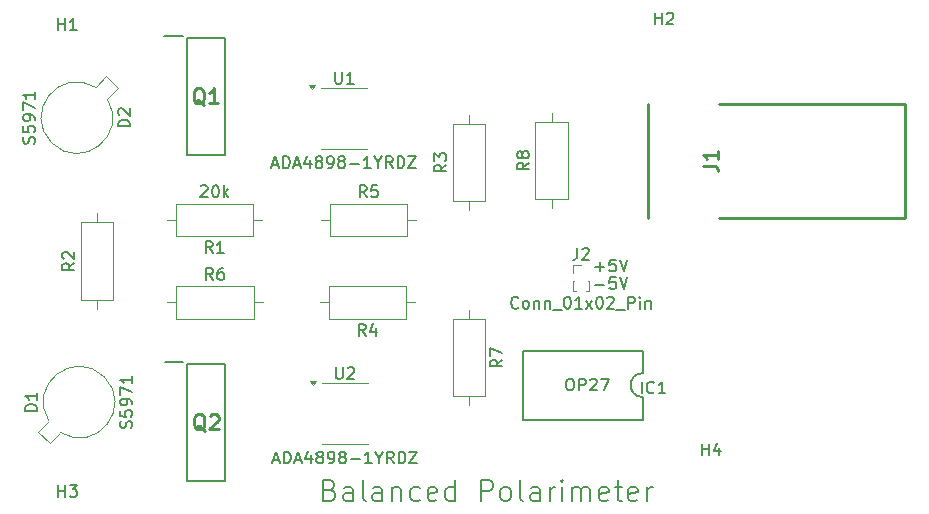
<source format=gbr>
%TF.GenerationSoftware,KiCad,Pcbnew,8.0.8*%
%TF.CreationDate,2025-02-03T10:15:12-05:00*%
%TF.ProjectId,Balanced Polarimeter,42616c61-6e63-4656-9420-506f6c617269,rev?*%
%TF.SameCoordinates,Original*%
%TF.FileFunction,Legend,Top*%
%TF.FilePolarity,Positive*%
%FSLAX46Y46*%
G04 Gerber Fmt 4.6, Leading zero omitted, Abs format (unit mm)*
G04 Created by KiCad (PCBNEW 8.0.8) date 2025-02-03 10:15:12*
%MOMM*%
%LPD*%
G01*
G04 APERTURE LIST*
%ADD10C,0.200000*%
%ADD11C,0.150000*%
%ADD12C,0.254000*%
%ADD13C,0.120000*%
%ADD14C,0.152400*%
G04 APERTURE END LIST*
D10*
X151750002Y-104358767D02*
X152000002Y-104442101D01*
X152000002Y-104442101D02*
X152083335Y-104525434D01*
X152083335Y-104525434D02*
X152166668Y-104692101D01*
X152166668Y-104692101D02*
X152166668Y-104942101D01*
X152166668Y-104942101D02*
X152083335Y-105108767D01*
X152083335Y-105108767D02*
X152000002Y-105192101D01*
X152000002Y-105192101D02*
X151833335Y-105275434D01*
X151833335Y-105275434D02*
X151166668Y-105275434D01*
X151166668Y-105275434D02*
X151166668Y-103525434D01*
X151166668Y-103525434D02*
X151750002Y-103525434D01*
X151750002Y-103525434D02*
X151916668Y-103608767D01*
X151916668Y-103608767D02*
X152000002Y-103692101D01*
X152000002Y-103692101D02*
X152083335Y-103858767D01*
X152083335Y-103858767D02*
X152083335Y-104025434D01*
X152083335Y-104025434D02*
X152000002Y-104192101D01*
X152000002Y-104192101D02*
X151916668Y-104275434D01*
X151916668Y-104275434D02*
X151750002Y-104358767D01*
X151750002Y-104358767D02*
X151166668Y-104358767D01*
X153666668Y-105275434D02*
X153666668Y-104358767D01*
X153666668Y-104358767D02*
X153583335Y-104192101D01*
X153583335Y-104192101D02*
X153416668Y-104108767D01*
X153416668Y-104108767D02*
X153083335Y-104108767D01*
X153083335Y-104108767D02*
X152916668Y-104192101D01*
X153666668Y-105192101D02*
X153500002Y-105275434D01*
X153500002Y-105275434D02*
X153083335Y-105275434D01*
X153083335Y-105275434D02*
X152916668Y-105192101D01*
X152916668Y-105192101D02*
X152833335Y-105025434D01*
X152833335Y-105025434D02*
X152833335Y-104858767D01*
X152833335Y-104858767D02*
X152916668Y-104692101D01*
X152916668Y-104692101D02*
X153083335Y-104608767D01*
X153083335Y-104608767D02*
X153500002Y-104608767D01*
X153500002Y-104608767D02*
X153666668Y-104525434D01*
X154750001Y-105275434D02*
X154583335Y-105192101D01*
X154583335Y-105192101D02*
X154500001Y-105025434D01*
X154500001Y-105025434D02*
X154500001Y-103525434D01*
X156166668Y-105275434D02*
X156166668Y-104358767D01*
X156166668Y-104358767D02*
X156083335Y-104192101D01*
X156083335Y-104192101D02*
X155916668Y-104108767D01*
X155916668Y-104108767D02*
X155583335Y-104108767D01*
X155583335Y-104108767D02*
X155416668Y-104192101D01*
X156166668Y-105192101D02*
X156000002Y-105275434D01*
X156000002Y-105275434D02*
X155583335Y-105275434D01*
X155583335Y-105275434D02*
X155416668Y-105192101D01*
X155416668Y-105192101D02*
X155333335Y-105025434D01*
X155333335Y-105025434D02*
X155333335Y-104858767D01*
X155333335Y-104858767D02*
X155416668Y-104692101D01*
X155416668Y-104692101D02*
X155583335Y-104608767D01*
X155583335Y-104608767D02*
X156000002Y-104608767D01*
X156000002Y-104608767D02*
X156166668Y-104525434D01*
X157000001Y-104108767D02*
X157000001Y-105275434D01*
X157000001Y-104275434D02*
X157083335Y-104192101D01*
X157083335Y-104192101D02*
X157250001Y-104108767D01*
X157250001Y-104108767D02*
X157500001Y-104108767D01*
X157500001Y-104108767D02*
X157666668Y-104192101D01*
X157666668Y-104192101D02*
X157750001Y-104358767D01*
X157750001Y-104358767D02*
X157750001Y-105275434D01*
X159333334Y-105192101D02*
X159166668Y-105275434D01*
X159166668Y-105275434D02*
X158833334Y-105275434D01*
X158833334Y-105275434D02*
X158666668Y-105192101D01*
X158666668Y-105192101D02*
X158583334Y-105108767D01*
X158583334Y-105108767D02*
X158500001Y-104942101D01*
X158500001Y-104942101D02*
X158500001Y-104442101D01*
X158500001Y-104442101D02*
X158583334Y-104275434D01*
X158583334Y-104275434D02*
X158666668Y-104192101D01*
X158666668Y-104192101D02*
X158833334Y-104108767D01*
X158833334Y-104108767D02*
X159166668Y-104108767D01*
X159166668Y-104108767D02*
X159333334Y-104192101D01*
X160750001Y-105192101D02*
X160583334Y-105275434D01*
X160583334Y-105275434D02*
X160250001Y-105275434D01*
X160250001Y-105275434D02*
X160083334Y-105192101D01*
X160083334Y-105192101D02*
X160000001Y-105025434D01*
X160000001Y-105025434D02*
X160000001Y-104358767D01*
X160000001Y-104358767D02*
X160083334Y-104192101D01*
X160083334Y-104192101D02*
X160250001Y-104108767D01*
X160250001Y-104108767D02*
X160583334Y-104108767D01*
X160583334Y-104108767D02*
X160750001Y-104192101D01*
X160750001Y-104192101D02*
X160833334Y-104358767D01*
X160833334Y-104358767D02*
X160833334Y-104525434D01*
X160833334Y-104525434D02*
X160000001Y-104692101D01*
X162333334Y-105275434D02*
X162333334Y-103525434D01*
X162333334Y-105192101D02*
X162166668Y-105275434D01*
X162166668Y-105275434D02*
X161833334Y-105275434D01*
X161833334Y-105275434D02*
X161666668Y-105192101D01*
X161666668Y-105192101D02*
X161583334Y-105108767D01*
X161583334Y-105108767D02*
X161500001Y-104942101D01*
X161500001Y-104942101D02*
X161500001Y-104442101D01*
X161500001Y-104442101D02*
X161583334Y-104275434D01*
X161583334Y-104275434D02*
X161666668Y-104192101D01*
X161666668Y-104192101D02*
X161833334Y-104108767D01*
X161833334Y-104108767D02*
X162166668Y-104108767D01*
X162166668Y-104108767D02*
X162333334Y-104192101D01*
X164500000Y-105275434D02*
X164500000Y-103525434D01*
X164500000Y-103525434D02*
X165166667Y-103525434D01*
X165166667Y-103525434D02*
X165333334Y-103608767D01*
X165333334Y-103608767D02*
X165416667Y-103692101D01*
X165416667Y-103692101D02*
X165500000Y-103858767D01*
X165500000Y-103858767D02*
X165500000Y-104108767D01*
X165500000Y-104108767D02*
X165416667Y-104275434D01*
X165416667Y-104275434D02*
X165333334Y-104358767D01*
X165333334Y-104358767D02*
X165166667Y-104442101D01*
X165166667Y-104442101D02*
X164500000Y-104442101D01*
X166500000Y-105275434D02*
X166333334Y-105192101D01*
X166333334Y-105192101D02*
X166250000Y-105108767D01*
X166250000Y-105108767D02*
X166166667Y-104942101D01*
X166166667Y-104942101D02*
X166166667Y-104442101D01*
X166166667Y-104442101D02*
X166250000Y-104275434D01*
X166250000Y-104275434D02*
X166333334Y-104192101D01*
X166333334Y-104192101D02*
X166500000Y-104108767D01*
X166500000Y-104108767D02*
X166750000Y-104108767D01*
X166750000Y-104108767D02*
X166916667Y-104192101D01*
X166916667Y-104192101D02*
X167000000Y-104275434D01*
X167000000Y-104275434D02*
X167083334Y-104442101D01*
X167083334Y-104442101D02*
X167083334Y-104942101D01*
X167083334Y-104942101D02*
X167000000Y-105108767D01*
X167000000Y-105108767D02*
X166916667Y-105192101D01*
X166916667Y-105192101D02*
X166750000Y-105275434D01*
X166750000Y-105275434D02*
X166500000Y-105275434D01*
X168083333Y-105275434D02*
X167916667Y-105192101D01*
X167916667Y-105192101D02*
X167833333Y-105025434D01*
X167833333Y-105025434D02*
X167833333Y-103525434D01*
X169500000Y-105275434D02*
X169500000Y-104358767D01*
X169500000Y-104358767D02*
X169416667Y-104192101D01*
X169416667Y-104192101D02*
X169250000Y-104108767D01*
X169250000Y-104108767D02*
X168916667Y-104108767D01*
X168916667Y-104108767D02*
X168750000Y-104192101D01*
X169500000Y-105192101D02*
X169333334Y-105275434D01*
X169333334Y-105275434D02*
X168916667Y-105275434D01*
X168916667Y-105275434D02*
X168750000Y-105192101D01*
X168750000Y-105192101D02*
X168666667Y-105025434D01*
X168666667Y-105025434D02*
X168666667Y-104858767D01*
X168666667Y-104858767D02*
X168750000Y-104692101D01*
X168750000Y-104692101D02*
X168916667Y-104608767D01*
X168916667Y-104608767D02*
X169333334Y-104608767D01*
X169333334Y-104608767D02*
X169500000Y-104525434D01*
X170333333Y-105275434D02*
X170333333Y-104108767D01*
X170333333Y-104442101D02*
X170416667Y-104275434D01*
X170416667Y-104275434D02*
X170500000Y-104192101D01*
X170500000Y-104192101D02*
X170666667Y-104108767D01*
X170666667Y-104108767D02*
X170833333Y-104108767D01*
X171416666Y-105275434D02*
X171416666Y-104108767D01*
X171416666Y-103525434D02*
X171333333Y-103608767D01*
X171333333Y-103608767D02*
X171416666Y-103692101D01*
X171416666Y-103692101D02*
X171500000Y-103608767D01*
X171500000Y-103608767D02*
X171416666Y-103525434D01*
X171416666Y-103525434D02*
X171416666Y-103692101D01*
X172249999Y-105275434D02*
X172249999Y-104108767D01*
X172249999Y-104275434D02*
X172333333Y-104192101D01*
X172333333Y-104192101D02*
X172499999Y-104108767D01*
X172499999Y-104108767D02*
X172749999Y-104108767D01*
X172749999Y-104108767D02*
X172916666Y-104192101D01*
X172916666Y-104192101D02*
X172999999Y-104358767D01*
X172999999Y-104358767D02*
X172999999Y-105275434D01*
X172999999Y-104358767D02*
X173083333Y-104192101D01*
X173083333Y-104192101D02*
X173249999Y-104108767D01*
X173249999Y-104108767D02*
X173499999Y-104108767D01*
X173499999Y-104108767D02*
X173666666Y-104192101D01*
X173666666Y-104192101D02*
X173749999Y-104358767D01*
X173749999Y-104358767D02*
X173749999Y-105275434D01*
X175249999Y-105192101D02*
X175083332Y-105275434D01*
X175083332Y-105275434D02*
X174749999Y-105275434D01*
X174749999Y-105275434D02*
X174583332Y-105192101D01*
X174583332Y-105192101D02*
X174499999Y-105025434D01*
X174499999Y-105025434D02*
X174499999Y-104358767D01*
X174499999Y-104358767D02*
X174583332Y-104192101D01*
X174583332Y-104192101D02*
X174749999Y-104108767D01*
X174749999Y-104108767D02*
X175083332Y-104108767D01*
X175083332Y-104108767D02*
X175249999Y-104192101D01*
X175249999Y-104192101D02*
X175333332Y-104358767D01*
X175333332Y-104358767D02*
X175333332Y-104525434D01*
X175333332Y-104525434D02*
X174499999Y-104692101D01*
X175833332Y-104108767D02*
X176499999Y-104108767D01*
X176083332Y-103525434D02*
X176083332Y-105025434D01*
X176083332Y-105025434D02*
X176166666Y-105192101D01*
X176166666Y-105192101D02*
X176333332Y-105275434D01*
X176333332Y-105275434D02*
X176499999Y-105275434D01*
X177749999Y-105192101D02*
X177583332Y-105275434D01*
X177583332Y-105275434D02*
X177249999Y-105275434D01*
X177249999Y-105275434D02*
X177083332Y-105192101D01*
X177083332Y-105192101D02*
X176999999Y-105025434D01*
X176999999Y-105025434D02*
X176999999Y-104358767D01*
X176999999Y-104358767D02*
X177083332Y-104192101D01*
X177083332Y-104192101D02*
X177249999Y-104108767D01*
X177249999Y-104108767D02*
X177583332Y-104108767D01*
X177583332Y-104108767D02*
X177749999Y-104192101D01*
X177749999Y-104192101D02*
X177833332Y-104358767D01*
X177833332Y-104358767D02*
X177833332Y-104525434D01*
X177833332Y-104525434D02*
X176999999Y-104692101D01*
X178583332Y-105275434D02*
X178583332Y-104108767D01*
X178583332Y-104442101D02*
X178666666Y-104275434D01*
X178666666Y-104275434D02*
X178749999Y-104192101D01*
X178749999Y-104192101D02*
X178916666Y-104108767D01*
X178916666Y-104108767D02*
X179083332Y-104108767D01*
X174214286Y-86986266D02*
X174976191Y-86986266D01*
X175928571Y-86367219D02*
X175452381Y-86367219D01*
X175452381Y-86367219D02*
X175404762Y-86843409D01*
X175404762Y-86843409D02*
X175452381Y-86795790D01*
X175452381Y-86795790D02*
X175547619Y-86748171D01*
X175547619Y-86748171D02*
X175785714Y-86748171D01*
X175785714Y-86748171D02*
X175880952Y-86795790D01*
X175880952Y-86795790D02*
X175928571Y-86843409D01*
X175928571Y-86843409D02*
X175976190Y-86938647D01*
X175976190Y-86938647D02*
X175976190Y-87176742D01*
X175976190Y-87176742D02*
X175928571Y-87271980D01*
X175928571Y-87271980D02*
X175880952Y-87319600D01*
X175880952Y-87319600D02*
X175785714Y-87367219D01*
X175785714Y-87367219D02*
X175547619Y-87367219D01*
X175547619Y-87367219D02*
X175452381Y-87319600D01*
X175452381Y-87319600D02*
X175404762Y-87271980D01*
X176261905Y-86367219D02*
X176595238Y-87367219D01*
X176595238Y-87367219D02*
X176928571Y-86367219D01*
X174214286Y-85486266D02*
X174976191Y-85486266D01*
X174595238Y-85867219D02*
X174595238Y-85105314D01*
X175928571Y-84867219D02*
X175452381Y-84867219D01*
X175452381Y-84867219D02*
X175404762Y-85343409D01*
X175404762Y-85343409D02*
X175452381Y-85295790D01*
X175452381Y-85295790D02*
X175547619Y-85248171D01*
X175547619Y-85248171D02*
X175785714Y-85248171D01*
X175785714Y-85248171D02*
X175880952Y-85295790D01*
X175880952Y-85295790D02*
X175928571Y-85343409D01*
X175928571Y-85343409D02*
X175976190Y-85438647D01*
X175976190Y-85438647D02*
X175976190Y-85676742D01*
X175976190Y-85676742D02*
X175928571Y-85771980D01*
X175928571Y-85771980D02*
X175880952Y-85819600D01*
X175880952Y-85819600D02*
X175785714Y-85867219D01*
X175785714Y-85867219D02*
X175547619Y-85867219D01*
X175547619Y-85867219D02*
X175452381Y-85819600D01*
X175452381Y-85819600D02*
X175404762Y-85771980D01*
X176261905Y-84867219D02*
X176595238Y-85867219D01*
X176595238Y-85867219D02*
X176928571Y-84867219D01*
D11*
X168584819Y-76666666D02*
X168108628Y-76999999D01*
X168584819Y-77238094D02*
X167584819Y-77238094D01*
X167584819Y-77238094D02*
X167584819Y-76857142D01*
X167584819Y-76857142D02*
X167632438Y-76761904D01*
X167632438Y-76761904D02*
X167680057Y-76714285D01*
X167680057Y-76714285D02*
X167775295Y-76666666D01*
X167775295Y-76666666D02*
X167918152Y-76666666D01*
X167918152Y-76666666D02*
X168013390Y-76714285D01*
X168013390Y-76714285D02*
X168061009Y-76761904D01*
X168061009Y-76761904D02*
X168108628Y-76857142D01*
X168108628Y-76857142D02*
X168108628Y-77238094D01*
X168013390Y-76095237D02*
X167965771Y-76190475D01*
X167965771Y-76190475D02*
X167918152Y-76238094D01*
X167918152Y-76238094D02*
X167822914Y-76285713D01*
X167822914Y-76285713D02*
X167775295Y-76285713D01*
X167775295Y-76285713D02*
X167680057Y-76238094D01*
X167680057Y-76238094D02*
X167632438Y-76190475D01*
X167632438Y-76190475D02*
X167584819Y-76095237D01*
X167584819Y-76095237D02*
X167584819Y-75904761D01*
X167584819Y-75904761D02*
X167632438Y-75809523D01*
X167632438Y-75809523D02*
X167680057Y-75761904D01*
X167680057Y-75761904D02*
X167775295Y-75714285D01*
X167775295Y-75714285D02*
X167822914Y-75714285D01*
X167822914Y-75714285D02*
X167918152Y-75761904D01*
X167918152Y-75761904D02*
X167965771Y-75809523D01*
X167965771Y-75809523D02*
X168013390Y-75904761D01*
X168013390Y-75904761D02*
X168013390Y-76095237D01*
X168013390Y-76095237D02*
X168061009Y-76190475D01*
X168061009Y-76190475D02*
X168108628Y-76238094D01*
X168108628Y-76238094D02*
X168203866Y-76285713D01*
X168203866Y-76285713D02*
X168394342Y-76285713D01*
X168394342Y-76285713D02*
X168489580Y-76238094D01*
X168489580Y-76238094D02*
X168537200Y-76190475D01*
X168537200Y-76190475D02*
X168584819Y-76095237D01*
X168584819Y-76095237D02*
X168584819Y-75904761D01*
X168584819Y-75904761D02*
X168537200Y-75809523D01*
X168537200Y-75809523D02*
X168489580Y-75761904D01*
X168489580Y-75761904D02*
X168394342Y-75714285D01*
X168394342Y-75714285D02*
X168203866Y-75714285D01*
X168203866Y-75714285D02*
X168108628Y-75761904D01*
X168108628Y-75761904D02*
X168061009Y-75809523D01*
X168061009Y-75809523D02*
X168013390Y-75904761D01*
X161584819Y-76837966D02*
X161108628Y-77171299D01*
X161584819Y-77409394D02*
X160584819Y-77409394D01*
X160584819Y-77409394D02*
X160584819Y-77028442D01*
X160584819Y-77028442D02*
X160632438Y-76933204D01*
X160632438Y-76933204D02*
X160680057Y-76885585D01*
X160680057Y-76885585D02*
X160775295Y-76837966D01*
X160775295Y-76837966D02*
X160918152Y-76837966D01*
X160918152Y-76837966D02*
X161013390Y-76885585D01*
X161013390Y-76885585D02*
X161061009Y-76933204D01*
X161061009Y-76933204D02*
X161108628Y-77028442D01*
X161108628Y-77028442D02*
X161108628Y-77409394D01*
X160584819Y-76504632D02*
X160584819Y-75885585D01*
X160584819Y-75885585D02*
X160965771Y-76218918D01*
X160965771Y-76218918D02*
X160965771Y-76076061D01*
X160965771Y-76076061D02*
X161013390Y-75980823D01*
X161013390Y-75980823D02*
X161061009Y-75933204D01*
X161061009Y-75933204D02*
X161156247Y-75885585D01*
X161156247Y-75885585D02*
X161394342Y-75885585D01*
X161394342Y-75885585D02*
X161489580Y-75933204D01*
X161489580Y-75933204D02*
X161537200Y-75980823D01*
X161537200Y-75980823D02*
X161584819Y-76076061D01*
X161584819Y-76076061D02*
X161584819Y-76361775D01*
X161584819Y-76361775D02*
X161537200Y-76457013D01*
X161537200Y-76457013D02*
X161489580Y-76504632D01*
X166324819Y-93337966D02*
X165848628Y-93671299D01*
X166324819Y-93909394D02*
X165324819Y-93909394D01*
X165324819Y-93909394D02*
X165324819Y-93528442D01*
X165324819Y-93528442D02*
X165372438Y-93433204D01*
X165372438Y-93433204D02*
X165420057Y-93385585D01*
X165420057Y-93385585D02*
X165515295Y-93337966D01*
X165515295Y-93337966D02*
X165658152Y-93337966D01*
X165658152Y-93337966D02*
X165753390Y-93385585D01*
X165753390Y-93385585D02*
X165801009Y-93433204D01*
X165801009Y-93433204D02*
X165848628Y-93528442D01*
X165848628Y-93528442D02*
X165848628Y-93909394D01*
X165324819Y-93004632D02*
X165324819Y-92337966D01*
X165324819Y-92337966D02*
X166324819Y-92766537D01*
X152168095Y-68976119D02*
X152168095Y-69785642D01*
X152168095Y-69785642D02*
X152215714Y-69880880D01*
X152215714Y-69880880D02*
X152263333Y-69928500D01*
X152263333Y-69928500D02*
X152358571Y-69976119D01*
X152358571Y-69976119D02*
X152549047Y-69976119D01*
X152549047Y-69976119D02*
X152644285Y-69928500D01*
X152644285Y-69928500D02*
X152691904Y-69880880D01*
X152691904Y-69880880D02*
X152739523Y-69785642D01*
X152739523Y-69785642D02*
X152739523Y-68976119D01*
X153739523Y-69976119D02*
X153168095Y-69976119D01*
X153453809Y-69976119D02*
X153453809Y-68976119D01*
X153453809Y-68976119D02*
X153358571Y-69118976D01*
X153358571Y-69118976D02*
X153263333Y-69214214D01*
X153263333Y-69214214D02*
X153168095Y-69261833D01*
X146858571Y-76840404D02*
X147334761Y-76840404D01*
X146763333Y-77126119D02*
X147096666Y-76126119D01*
X147096666Y-76126119D02*
X147429999Y-77126119D01*
X147763333Y-77126119D02*
X147763333Y-76126119D01*
X147763333Y-76126119D02*
X148001428Y-76126119D01*
X148001428Y-76126119D02*
X148144285Y-76173738D01*
X148144285Y-76173738D02*
X148239523Y-76268976D01*
X148239523Y-76268976D02*
X148287142Y-76364214D01*
X148287142Y-76364214D02*
X148334761Y-76554690D01*
X148334761Y-76554690D02*
X148334761Y-76697547D01*
X148334761Y-76697547D02*
X148287142Y-76888023D01*
X148287142Y-76888023D02*
X148239523Y-76983261D01*
X148239523Y-76983261D02*
X148144285Y-77078500D01*
X148144285Y-77078500D02*
X148001428Y-77126119D01*
X148001428Y-77126119D02*
X147763333Y-77126119D01*
X148715714Y-76840404D02*
X149191904Y-76840404D01*
X148620476Y-77126119D02*
X148953809Y-76126119D01*
X148953809Y-76126119D02*
X149287142Y-77126119D01*
X150049047Y-76459452D02*
X150049047Y-77126119D01*
X149810952Y-76078500D02*
X149572857Y-76792785D01*
X149572857Y-76792785D02*
X150191904Y-76792785D01*
X150715714Y-76554690D02*
X150620476Y-76507071D01*
X150620476Y-76507071D02*
X150572857Y-76459452D01*
X150572857Y-76459452D02*
X150525238Y-76364214D01*
X150525238Y-76364214D02*
X150525238Y-76316595D01*
X150525238Y-76316595D02*
X150572857Y-76221357D01*
X150572857Y-76221357D02*
X150620476Y-76173738D01*
X150620476Y-76173738D02*
X150715714Y-76126119D01*
X150715714Y-76126119D02*
X150906190Y-76126119D01*
X150906190Y-76126119D02*
X151001428Y-76173738D01*
X151001428Y-76173738D02*
X151049047Y-76221357D01*
X151049047Y-76221357D02*
X151096666Y-76316595D01*
X151096666Y-76316595D02*
X151096666Y-76364214D01*
X151096666Y-76364214D02*
X151049047Y-76459452D01*
X151049047Y-76459452D02*
X151001428Y-76507071D01*
X151001428Y-76507071D02*
X150906190Y-76554690D01*
X150906190Y-76554690D02*
X150715714Y-76554690D01*
X150715714Y-76554690D02*
X150620476Y-76602309D01*
X150620476Y-76602309D02*
X150572857Y-76649928D01*
X150572857Y-76649928D02*
X150525238Y-76745166D01*
X150525238Y-76745166D02*
X150525238Y-76935642D01*
X150525238Y-76935642D02*
X150572857Y-77030880D01*
X150572857Y-77030880D02*
X150620476Y-77078500D01*
X150620476Y-77078500D02*
X150715714Y-77126119D01*
X150715714Y-77126119D02*
X150906190Y-77126119D01*
X150906190Y-77126119D02*
X151001428Y-77078500D01*
X151001428Y-77078500D02*
X151049047Y-77030880D01*
X151049047Y-77030880D02*
X151096666Y-76935642D01*
X151096666Y-76935642D02*
X151096666Y-76745166D01*
X151096666Y-76745166D02*
X151049047Y-76649928D01*
X151049047Y-76649928D02*
X151001428Y-76602309D01*
X151001428Y-76602309D02*
X150906190Y-76554690D01*
X151572857Y-77126119D02*
X151763333Y-77126119D01*
X151763333Y-77126119D02*
X151858571Y-77078500D01*
X151858571Y-77078500D02*
X151906190Y-77030880D01*
X151906190Y-77030880D02*
X152001428Y-76888023D01*
X152001428Y-76888023D02*
X152049047Y-76697547D01*
X152049047Y-76697547D02*
X152049047Y-76316595D01*
X152049047Y-76316595D02*
X152001428Y-76221357D01*
X152001428Y-76221357D02*
X151953809Y-76173738D01*
X151953809Y-76173738D02*
X151858571Y-76126119D01*
X151858571Y-76126119D02*
X151668095Y-76126119D01*
X151668095Y-76126119D02*
X151572857Y-76173738D01*
X151572857Y-76173738D02*
X151525238Y-76221357D01*
X151525238Y-76221357D02*
X151477619Y-76316595D01*
X151477619Y-76316595D02*
X151477619Y-76554690D01*
X151477619Y-76554690D02*
X151525238Y-76649928D01*
X151525238Y-76649928D02*
X151572857Y-76697547D01*
X151572857Y-76697547D02*
X151668095Y-76745166D01*
X151668095Y-76745166D02*
X151858571Y-76745166D01*
X151858571Y-76745166D02*
X151953809Y-76697547D01*
X151953809Y-76697547D02*
X152001428Y-76649928D01*
X152001428Y-76649928D02*
X152049047Y-76554690D01*
X152620476Y-76554690D02*
X152525238Y-76507071D01*
X152525238Y-76507071D02*
X152477619Y-76459452D01*
X152477619Y-76459452D02*
X152430000Y-76364214D01*
X152430000Y-76364214D02*
X152430000Y-76316595D01*
X152430000Y-76316595D02*
X152477619Y-76221357D01*
X152477619Y-76221357D02*
X152525238Y-76173738D01*
X152525238Y-76173738D02*
X152620476Y-76126119D01*
X152620476Y-76126119D02*
X152810952Y-76126119D01*
X152810952Y-76126119D02*
X152906190Y-76173738D01*
X152906190Y-76173738D02*
X152953809Y-76221357D01*
X152953809Y-76221357D02*
X153001428Y-76316595D01*
X153001428Y-76316595D02*
X153001428Y-76364214D01*
X153001428Y-76364214D02*
X152953809Y-76459452D01*
X152953809Y-76459452D02*
X152906190Y-76507071D01*
X152906190Y-76507071D02*
X152810952Y-76554690D01*
X152810952Y-76554690D02*
X152620476Y-76554690D01*
X152620476Y-76554690D02*
X152525238Y-76602309D01*
X152525238Y-76602309D02*
X152477619Y-76649928D01*
X152477619Y-76649928D02*
X152430000Y-76745166D01*
X152430000Y-76745166D02*
X152430000Y-76935642D01*
X152430000Y-76935642D02*
X152477619Y-77030880D01*
X152477619Y-77030880D02*
X152525238Y-77078500D01*
X152525238Y-77078500D02*
X152620476Y-77126119D01*
X152620476Y-77126119D02*
X152810952Y-77126119D01*
X152810952Y-77126119D02*
X152906190Y-77078500D01*
X152906190Y-77078500D02*
X152953809Y-77030880D01*
X152953809Y-77030880D02*
X153001428Y-76935642D01*
X153001428Y-76935642D02*
X153001428Y-76745166D01*
X153001428Y-76745166D02*
X152953809Y-76649928D01*
X152953809Y-76649928D02*
X152906190Y-76602309D01*
X152906190Y-76602309D02*
X152810952Y-76554690D01*
X153430000Y-76745166D02*
X154191905Y-76745166D01*
X155191904Y-77126119D02*
X154620476Y-77126119D01*
X154906190Y-77126119D02*
X154906190Y-76126119D01*
X154906190Y-76126119D02*
X154810952Y-76268976D01*
X154810952Y-76268976D02*
X154715714Y-76364214D01*
X154715714Y-76364214D02*
X154620476Y-76411833D01*
X155810952Y-76649928D02*
X155810952Y-77126119D01*
X155477619Y-76126119D02*
X155810952Y-76649928D01*
X155810952Y-76649928D02*
X156144285Y-76126119D01*
X157049047Y-77126119D02*
X156715714Y-76649928D01*
X156477619Y-77126119D02*
X156477619Y-76126119D01*
X156477619Y-76126119D02*
X156858571Y-76126119D01*
X156858571Y-76126119D02*
X156953809Y-76173738D01*
X156953809Y-76173738D02*
X157001428Y-76221357D01*
X157001428Y-76221357D02*
X157049047Y-76316595D01*
X157049047Y-76316595D02*
X157049047Y-76459452D01*
X157049047Y-76459452D02*
X157001428Y-76554690D01*
X157001428Y-76554690D02*
X156953809Y-76602309D01*
X156953809Y-76602309D02*
X156858571Y-76649928D01*
X156858571Y-76649928D02*
X156477619Y-76649928D01*
X157477619Y-77126119D02*
X157477619Y-76126119D01*
X157477619Y-76126119D02*
X157715714Y-76126119D01*
X157715714Y-76126119D02*
X157858571Y-76173738D01*
X157858571Y-76173738D02*
X157953809Y-76268976D01*
X157953809Y-76268976D02*
X158001428Y-76364214D01*
X158001428Y-76364214D02*
X158049047Y-76554690D01*
X158049047Y-76554690D02*
X158049047Y-76697547D01*
X158049047Y-76697547D02*
X158001428Y-76888023D01*
X158001428Y-76888023D02*
X157953809Y-76983261D01*
X157953809Y-76983261D02*
X157858571Y-77078500D01*
X157858571Y-77078500D02*
X157715714Y-77126119D01*
X157715714Y-77126119D02*
X157477619Y-77126119D01*
X158382381Y-76126119D02*
X159049047Y-76126119D01*
X159049047Y-76126119D02*
X158382381Y-77126119D01*
X158382381Y-77126119D02*
X159049047Y-77126119D01*
X130084819Y-85166666D02*
X129608628Y-85499999D01*
X130084819Y-85738094D02*
X129084819Y-85738094D01*
X129084819Y-85738094D02*
X129084819Y-85357142D01*
X129084819Y-85357142D02*
X129132438Y-85261904D01*
X129132438Y-85261904D02*
X129180057Y-85214285D01*
X129180057Y-85214285D02*
X129275295Y-85166666D01*
X129275295Y-85166666D02*
X129418152Y-85166666D01*
X129418152Y-85166666D02*
X129513390Y-85214285D01*
X129513390Y-85214285D02*
X129561009Y-85261904D01*
X129561009Y-85261904D02*
X129608628Y-85357142D01*
X129608628Y-85357142D02*
X129608628Y-85738094D01*
X129180057Y-84785713D02*
X129132438Y-84738094D01*
X129132438Y-84738094D02*
X129084819Y-84642856D01*
X129084819Y-84642856D02*
X129084819Y-84404761D01*
X129084819Y-84404761D02*
X129132438Y-84309523D01*
X129132438Y-84309523D02*
X129180057Y-84261904D01*
X129180057Y-84261904D02*
X129275295Y-84214285D01*
X129275295Y-84214285D02*
X129370533Y-84214285D01*
X129370533Y-84214285D02*
X129513390Y-84261904D01*
X129513390Y-84261904D02*
X130084819Y-84833332D01*
X130084819Y-84833332D02*
X130084819Y-84214285D01*
X154833333Y-79584819D02*
X154500000Y-79108628D01*
X154261905Y-79584819D02*
X154261905Y-78584819D01*
X154261905Y-78584819D02*
X154642857Y-78584819D01*
X154642857Y-78584819D02*
X154738095Y-78632438D01*
X154738095Y-78632438D02*
X154785714Y-78680057D01*
X154785714Y-78680057D02*
X154833333Y-78775295D01*
X154833333Y-78775295D02*
X154833333Y-78918152D01*
X154833333Y-78918152D02*
X154785714Y-79013390D01*
X154785714Y-79013390D02*
X154738095Y-79061009D01*
X154738095Y-79061009D02*
X154642857Y-79108628D01*
X154642857Y-79108628D02*
X154261905Y-79108628D01*
X155738095Y-78584819D02*
X155261905Y-78584819D01*
X155261905Y-78584819D02*
X155214286Y-79061009D01*
X155214286Y-79061009D02*
X155261905Y-79013390D01*
X155261905Y-79013390D02*
X155357143Y-78965771D01*
X155357143Y-78965771D02*
X155595238Y-78965771D01*
X155595238Y-78965771D02*
X155690476Y-79013390D01*
X155690476Y-79013390D02*
X155738095Y-79061009D01*
X155738095Y-79061009D02*
X155785714Y-79156247D01*
X155785714Y-79156247D02*
X155785714Y-79394342D01*
X155785714Y-79394342D02*
X155738095Y-79489580D01*
X155738095Y-79489580D02*
X155690476Y-79537200D01*
X155690476Y-79537200D02*
X155595238Y-79584819D01*
X155595238Y-79584819D02*
X155357143Y-79584819D01*
X155357143Y-79584819D02*
X155261905Y-79537200D01*
X155261905Y-79537200D02*
X155214286Y-79489580D01*
X172666766Y-83894819D02*
X172666766Y-84609104D01*
X172666766Y-84609104D02*
X172619147Y-84751961D01*
X172619147Y-84751961D02*
X172523909Y-84847200D01*
X172523909Y-84847200D02*
X172381052Y-84894819D01*
X172381052Y-84894819D02*
X172285814Y-84894819D01*
X173095338Y-83990057D02*
X173142957Y-83942438D01*
X173142957Y-83942438D02*
X173238195Y-83894819D01*
X173238195Y-83894819D02*
X173476290Y-83894819D01*
X173476290Y-83894819D02*
X173571528Y-83942438D01*
X173571528Y-83942438D02*
X173619147Y-83990057D01*
X173619147Y-83990057D02*
X173666766Y-84085295D01*
X173666766Y-84085295D02*
X173666766Y-84180533D01*
X173666766Y-84180533D02*
X173619147Y-84323390D01*
X173619147Y-84323390D02*
X173047719Y-84894819D01*
X173047719Y-84894819D02*
X173666766Y-84894819D01*
X167690575Y-88919580D02*
X167642956Y-88967200D01*
X167642956Y-88967200D02*
X167500099Y-89014819D01*
X167500099Y-89014819D02*
X167404861Y-89014819D01*
X167404861Y-89014819D02*
X167262004Y-88967200D01*
X167262004Y-88967200D02*
X167166766Y-88871961D01*
X167166766Y-88871961D02*
X167119147Y-88776723D01*
X167119147Y-88776723D02*
X167071528Y-88586247D01*
X167071528Y-88586247D02*
X167071528Y-88443390D01*
X167071528Y-88443390D02*
X167119147Y-88252914D01*
X167119147Y-88252914D02*
X167166766Y-88157676D01*
X167166766Y-88157676D02*
X167262004Y-88062438D01*
X167262004Y-88062438D02*
X167404861Y-88014819D01*
X167404861Y-88014819D02*
X167500099Y-88014819D01*
X167500099Y-88014819D02*
X167642956Y-88062438D01*
X167642956Y-88062438D02*
X167690575Y-88110057D01*
X168262004Y-89014819D02*
X168166766Y-88967200D01*
X168166766Y-88967200D02*
X168119147Y-88919580D01*
X168119147Y-88919580D02*
X168071528Y-88824342D01*
X168071528Y-88824342D02*
X168071528Y-88538628D01*
X168071528Y-88538628D02*
X168119147Y-88443390D01*
X168119147Y-88443390D02*
X168166766Y-88395771D01*
X168166766Y-88395771D02*
X168262004Y-88348152D01*
X168262004Y-88348152D02*
X168404861Y-88348152D01*
X168404861Y-88348152D02*
X168500099Y-88395771D01*
X168500099Y-88395771D02*
X168547718Y-88443390D01*
X168547718Y-88443390D02*
X168595337Y-88538628D01*
X168595337Y-88538628D02*
X168595337Y-88824342D01*
X168595337Y-88824342D02*
X168547718Y-88919580D01*
X168547718Y-88919580D02*
X168500099Y-88967200D01*
X168500099Y-88967200D02*
X168404861Y-89014819D01*
X168404861Y-89014819D02*
X168262004Y-89014819D01*
X169023909Y-88348152D02*
X169023909Y-89014819D01*
X169023909Y-88443390D02*
X169071528Y-88395771D01*
X169071528Y-88395771D02*
X169166766Y-88348152D01*
X169166766Y-88348152D02*
X169309623Y-88348152D01*
X169309623Y-88348152D02*
X169404861Y-88395771D01*
X169404861Y-88395771D02*
X169452480Y-88491009D01*
X169452480Y-88491009D02*
X169452480Y-89014819D01*
X169928671Y-88348152D02*
X169928671Y-89014819D01*
X169928671Y-88443390D02*
X169976290Y-88395771D01*
X169976290Y-88395771D02*
X170071528Y-88348152D01*
X170071528Y-88348152D02*
X170214385Y-88348152D01*
X170214385Y-88348152D02*
X170309623Y-88395771D01*
X170309623Y-88395771D02*
X170357242Y-88491009D01*
X170357242Y-88491009D02*
X170357242Y-89014819D01*
X170595338Y-89110057D02*
X171357242Y-89110057D01*
X171785814Y-88014819D02*
X171881052Y-88014819D01*
X171881052Y-88014819D02*
X171976290Y-88062438D01*
X171976290Y-88062438D02*
X172023909Y-88110057D01*
X172023909Y-88110057D02*
X172071528Y-88205295D01*
X172071528Y-88205295D02*
X172119147Y-88395771D01*
X172119147Y-88395771D02*
X172119147Y-88633866D01*
X172119147Y-88633866D02*
X172071528Y-88824342D01*
X172071528Y-88824342D02*
X172023909Y-88919580D01*
X172023909Y-88919580D02*
X171976290Y-88967200D01*
X171976290Y-88967200D02*
X171881052Y-89014819D01*
X171881052Y-89014819D02*
X171785814Y-89014819D01*
X171785814Y-89014819D02*
X171690576Y-88967200D01*
X171690576Y-88967200D02*
X171642957Y-88919580D01*
X171642957Y-88919580D02*
X171595338Y-88824342D01*
X171595338Y-88824342D02*
X171547719Y-88633866D01*
X171547719Y-88633866D02*
X171547719Y-88395771D01*
X171547719Y-88395771D02*
X171595338Y-88205295D01*
X171595338Y-88205295D02*
X171642957Y-88110057D01*
X171642957Y-88110057D02*
X171690576Y-88062438D01*
X171690576Y-88062438D02*
X171785814Y-88014819D01*
X173071528Y-89014819D02*
X172500100Y-89014819D01*
X172785814Y-89014819D02*
X172785814Y-88014819D01*
X172785814Y-88014819D02*
X172690576Y-88157676D01*
X172690576Y-88157676D02*
X172595338Y-88252914D01*
X172595338Y-88252914D02*
X172500100Y-88300533D01*
X173404862Y-89014819D02*
X173928671Y-88348152D01*
X173404862Y-88348152D02*
X173928671Y-89014819D01*
X174500100Y-88014819D02*
X174595338Y-88014819D01*
X174595338Y-88014819D02*
X174690576Y-88062438D01*
X174690576Y-88062438D02*
X174738195Y-88110057D01*
X174738195Y-88110057D02*
X174785814Y-88205295D01*
X174785814Y-88205295D02*
X174833433Y-88395771D01*
X174833433Y-88395771D02*
X174833433Y-88633866D01*
X174833433Y-88633866D02*
X174785814Y-88824342D01*
X174785814Y-88824342D02*
X174738195Y-88919580D01*
X174738195Y-88919580D02*
X174690576Y-88967200D01*
X174690576Y-88967200D02*
X174595338Y-89014819D01*
X174595338Y-89014819D02*
X174500100Y-89014819D01*
X174500100Y-89014819D02*
X174404862Y-88967200D01*
X174404862Y-88967200D02*
X174357243Y-88919580D01*
X174357243Y-88919580D02*
X174309624Y-88824342D01*
X174309624Y-88824342D02*
X174262005Y-88633866D01*
X174262005Y-88633866D02*
X174262005Y-88395771D01*
X174262005Y-88395771D02*
X174309624Y-88205295D01*
X174309624Y-88205295D02*
X174357243Y-88110057D01*
X174357243Y-88110057D02*
X174404862Y-88062438D01*
X174404862Y-88062438D02*
X174500100Y-88014819D01*
X175214386Y-88110057D02*
X175262005Y-88062438D01*
X175262005Y-88062438D02*
X175357243Y-88014819D01*
X175357243Y-88014819D02*
X175595338Y-88014819D01*
X175595338Y-88014819D02*
X175690576Y-88062438D01*
X175690576Y-88062438D02*
X175738195Y-88110057D01*
X175738195Y-88110057D02*
X175785814Y-88205295D01*
X175785814Y-88205295D02*
X175785814Y-88300533D01*
X175785814Y-88300533D02*
X175738195Y-88443390D01*
X175738195Y-88443390D02*
X175166767Y-89014819D01*
X175166767Y-89014819D02*
X175785814Y-89014819D01*
X175976291Y-89110057D02*
X176738195Y-89110057D01*
X176976291Y-89014819D02*
X176976291Y-88014819D01*
X176976291Y-88014819D02*
X177357243Y-88014819D01*
X177357243Y-88014819D02*
X177452481Y-88062438D01*
X177452481Y-88062438D02*
X177500100Y-88110057D01*
X177500100Y-88110057D02*
X177547719Y-88205295D01*
X177547719Y-88205295D02*
X177547719Y-88348152D01*
X177547719Y-88348152D02*
X177500100Y-88443390D01*
X177500100Y-88443390D02*
X177452481Y-88491009D01*
X177452481Y-88491009D02*
X177357243Y-88538628D01*
X177357243Y-88538628D02*
X176976291Y-88538628D01*
X177976291Y-89014819D02*
X177976291Y-88348152D01*
X177976291Y-88014819D02*
X177928672Y-88062438D01*
X177928672Y-88062438D02*
X177976291Y-88110057D01*
X177976291Y-88110057D02*
X178023910Y-88062438D01*
X178023910Y-88062438D02*
X177976291Y-88014819D01*
X177976291Y-88014819D02*
X177976291Y-88110057D01*
X178452481Y-88348152D02*
X178452481Y-89014819D01*
X178452481Y-88443390D02*
X178500100Y-88395771D01*
X178500100Y-88395771D02*
X178595338Y-88348152D01*
X178595338Y-88348152D02*
X178738195Y-88348152D01*
X178738195Y-88348152D02*
X178833433Y-88395771D01*
X178833433Y-88395771D02*
X178881052Y-88491009D01*
X178881052Y-88491009D02*
X178881052Y-89014819D01*
D12*
X183304318Y-76923332D02*
X184211461Y-76923332D01*
X184211461Y-76923332D02*
X184392889Y-76983809D01*
X184392889Y-76983809D02*
X184513842Y-77104761D01*
X184513842Y-77104761D02*
X184574318Y-77286190D01*
X184574318Y-77286190D02*
X184574318Y-77407142D01*
X184574318Y-75653332D02*
X184574318Y-76379047D01*
X184574318Y-76016190D02*
X183304318Y-76016190D01*
X183304318Y-76016190D02*
X183485746Y-76137142D01*
X183485746Y-76137142D02*
X183606699Y-76258094D01*
X183606699Y-76258094D02*
X183667175Y-76379047D01*
D11*
X126934819Y-97679394D02*
X125934819Y-97679394D01*
X125934819Y-97679394D02*
X125934819Y-97441299D01*
X125934819Y-97441299D02*
X125982438Y-97298442D01*
X125982438Y-97298442D02*
X126077676Y-97203204D01*
X126077676Y-97203204D02*
X126172914Y-97155585D01*
X126172914Y-97155585D02*
X126363390Y-97107966D01*
X126363390Y-97107966D02*
X126506247Y-97107966D01*
X126506247Y-97107966D02*
X126696723Y-97155585D01*
X126696723Y-97155585D02*
X126791961Y-97203204D01*
X126791961Y-97203204D02*
X126887200Y-97298442D01*
X126887200Y-97298442D02*
X126934819Y-97441299D01*
X126934819Y-97441299D02*
X126934819Y-97679394D01*
X126934819Y-96155585D02*
X126934819Y-96727013D01*
X126934819Y-96441299D02*
X125934819Y-96441299D01*
X125934819Y-96441299D02*
X126077676Y-96536537D01*
X126077676Y-96536537D02*
X126172914Y-96631775D01*
X126172914Y-96631775D02*
X126220533Y-96727013D01*
X134927200Y-99131775D02*
X134974819Y-98988918D01*
X134974819Y-98988918D02*
X134974819Y-98750823D01*
X134974819Y-98750823D02*
X134927200Y-98655585D01*
X134927200Y-98655585D02*
X134879580Y-98607966D01*
X134879580Y-98607966D02*
X134784342Y-98560347D01*
X134784342Y-98560347D02*
X134689104Y-98560347D01*
X134689104Y-98560347D02*
X134593866Y-98607966D01*
X134593866Y-98607966D02*
X134546247Y-98655585D01*
X134546247Y-98655585D02*
X134498628Y-98750823D01*
X134498628Y-98750823D02*
X134451009Y-98941299D01*
X134451009Y-98941299D02*
X134403390Y-99036537D01*
X134403390Y-99036537D02*
X134355771Y-99084156D01*
X134355771Y-99084156D02*
X134260533Y-99131775D01*
X134260533Y-99131775D02*
X134165295Y-99131775D01*
X134165295Y-99131775D02*
X134070057Y-99084156D01*
X134070057Y-99084156D02*
X134022438Y-99036537D01*
X134022438Y-99036537D02*
X133974819Y-98941299D01*
X133974819Y-98941299D02*
X133974819Y-98703204D01*
X133974819Y-98703204D02*
X134022438Y-98560347D01*
X133974819Y-97655585D02*
X133974819Y-98131775D01*
X133974819Y-98131775D02*
X134451009Y-98179394D01*
X134451009Y-98179394D02*
X134403390Y-98131775D01*
X134403390Y-98131775D02*
X134355771Y-98036537D01*
X134355771Y-98036537D02*
X134355771Y-97798442D01*
X134355771Y-97798442D02*
X134403390Y-97703204D01*
X134403390Y-97703204D02*
X134451009Y-97655585D01*
X134451009Y-97655585D02*
X134546247Y-97607966D01*
X134546247Y-97607966D02*
X134784342Y-97607966D01*
X134784342Y-97607966D02*
X134879580Y-97655585D01*
X134879580Y-97655585D02*
X134927200Y-97703204D01*
X134927200Y-97703204D02*
X134974819Y-97798442D01*
X134974819Y-97798442D02*
X134974819Y-98036537D01*
X134974819Y-98036537D02*
X134927200Y-98131775D01*
X134927200Y-98131775D02*
X134879580Y-98179394D01*
X134974819Y-97131775D02*
X134974819Y-96941299D01*
X134974819Y-96941299D02*
X134927200Y-96846061D01*
X134927200Y-96846061D02*
X134879580Y-96798442D01*
X134879580Y-96798442D02*
X134736723Y-96703204D01*
X134736723Y-96703204D02*
X134546247Y-96655585D01*
X134546247Y-96655585D02*
X134165295Y-96655585D01*
X134165295Y-96655585D02*
X134070057Y-96703204D01*
X134070057Y-96703204D02*
X134022438Y-96750823D01*
X134022438Y-96750823D02*
X133974819Y-96846061D01*
X133974819Y-96846061D02*
X133974819Y-97036537D01*
X133974819Y-97036537D02*
X134022438Y-97131775D01*
X134022438Y-97131775D02*
X134070057Y-97179394D01*
X134070057Y-97179394D02*
X134165295Y-97227013D01*
X134165295Y-97227013D02*
X134403390Y-97227013D01*
X134403390Y-97227013D02*
X134498628Y-97179394D01*
X134498628Y-97179394D02*
X134546247Y-97131775D01*
X134546247Y-97131775D02*
X134593866Y-97036537D01*
X134593866Y-97036537D02*
X134593866Y-96846061D01*
X134593866Y-96846061D02*
X134546247Y-96750823D01*
X134546247Y-96750823D02*
X134498628Y-96703204D01*
X134498628Y-96703204D02*
X134403390Y-96655585D01*
X133974819Y-96322251D02*
X133974819Y-95655585D01*
X133974819Y-95655585D02*
X134974819Y-96084156D01*
X134974819Y-94750823D02*
X134974819Y-95322251D01*
X134974819Y-95036537D02*
X133974819Y-95036537D01*
X133974819Y-95036537D02*
X134117676Y-95131775D01*
X134117676Y-95131775D02*
X134212914Y-95227013D01*
X134212914Y-95227013D02*
X134260533Y-95322251D01*
X126934819Y-97679394D02*
X125934819Y-97679394D01*
X125934819Y-97679394D02*
X125934819Y-97441299D01*
X125934819Y-97441299D02*
X125982438Y-97298442D01*
X125982438Y-97298442D02*
X126077676Y-97203204D01*
X126077676Y-97203204D02*
X126172914Y-97155585D01*
X126172914Y-97155585D02*
X126363390Y-97107966D01*
X126363390Y-97107966D02*
X126506247Y-97107966D01*
X126506247Y-97107966D02*
X126696723Y-97155585D01*
X126696723Y-97155585D02*
X126791961Y-97203204D01*
X126791961Y-97203204D02*
X126887200Y-97298442D01*
X126887200Y-97298442D02*
X126934819Y-97441299D01*
X126934819Y-97441299D02*
X126934819Y-97679394D01*
X126934819Y-96155585D02*
X126934819Y-96727013D01*
X126934819Y-96441299D02*
X125934819Y-96441299D01*
X125934819Y-96441299D02*
X126077676Y-96536537D01*
X126077676Y-96536537D02*
X126172914Y-96631775D01*
X126172914Y-96631775D02*
X126220533Y-96727013D01*
X128738095Y-65454819D02*
X128738095Y-64454819D01*
X128738095Y-64931009D02*
X129309523Y-64931009D01*
X129309523Y-65454819D02*
X129309523Y-64454819D01*
X130309523Y-65454819D02*
X129738095Y-65454819D01*
X130023809Y-65454819D02*
X130023809Y-64454819D01*
X130023809Y-64454819D02*
X129928571Y-64597676D01*
X129928571Y-64597676D02*
X129833333Y-64692914D01*
X129833333Y-64692914D02*
X129738095Y-64740533D01*
D12*
X141104047Y-71771570D02*
X140983095Y-71711094D01*
X140983095Y-71711094D02*
X140862142Y-71590142D01*
X140862142Y-71590142D02*
X140680714Y-71408713D01*
X140680714Y-71408713D02*
X140559761Y-71348237D01*
X140559761Y-71348237D02*
X140438809Y-71348237D01*
X140499285Y-71650618D02*
X140378333Y-71590142D01*
X140378333Y-71590142D02*
X140257380Y-71469189D01*
X140257380Y-71469189D02*
X140196904Y-71227284D01*
X140196904Y-71227284D02*
X140196904Y-70803951D01*
X140196904Y-70803951D02*
X140257380Y-70562046D01*
X140257380Y-70562046D02*
X140378333Y-70441094D01*
X140378333Y-70441094D02*
X140499285Y-70380618D01*
X140499285Y-70380618D02*
X140741190Y-70380618D01*
X140741190Y-70380618D02*
X140862142Y-70441094D01*
X140862142Y-70441094D02*
X140983095Y-70562046D01*
X140983095Y-70562046D02*
X141043571Y-70803951D01*
X141043571Y-70803951D02*
X141043571Y-71227284D01*
X141043571Y-71227284D02*
X140983095Y-71469189D01*
X140983095Y-71469189D02*
X140862142Y-71590142D01*
X140862142Y-71590142D02*
X140741190Y-71650618D01*
X140741190Y-71650618D02*
X140499285Y-71650618D01*
X142253095Y-71650618D02*
X141527380Y-71650618D01*
X141890237Y-71650618D02*
X141890237Y-70380618D01*
X141890237Y-70380618D02*
X141769285Y-70562046D01*
X141769285Y-70562046D02*
X141648333Y-70682999D01*
X141648333Y-70682999D02*
X141527380Y-70743475D01*
X141104047Y-71771570D02*
X140983095Y-71711094D01*
X140983095Y-71711094D02*
X140862142Y-71590142D01*
X140862142Y-71590142D02*
X140680714Y-71408713D01*
X140680714Y-71408713D02*
X140559761Y-71348237D01*
X140559761Y-71348237D02*
X140438809Y-71348237D01*
X140499285Y-71650618D02*
X140378333Y-71590142D01*
X140378333Y-71590142D02*
X140257380Y-71469189D01*
X140257380Y-71469189D02*
X140196904Y-71227284D01*
X140196904Y-71227284D02*
X140196904Y-70803951D01*
X140196904Y-70803951D02*
X140257380Y-70562046D01*
X140257380Y-70562046D02*
X140378333Y-70441094D01*
X140378333Y-70441094D02*
X140499285Y-70380618D01*
X140499285Y-70380618D02*
X140741190Y-70380618D01*
X140741190Y-70380618D02*
X140862142Y-70441094D01*
X140862142Y-70441094D02*
X140983095Y-70562046D01*
X140983095Y-70562046D02*
X141043571Y-70803951D01*
X141043571Y-70803951D02*
X141043571Y-71227284D01*
X141043571Y-71227284D02*
X140983095Y-71469189D01*
X140983095Y-71469189D02*
X140862142Y-71590142D01*
X140862142Y-71590142D02*
X140741190Y-71650618D01*
X140741190Y-71650618D02*
X140499285Y-71650618D01*
X142253095Y-71650618D02*
X141527380Y-71650618D01*
X141890237Y-71650618D02*
X141890237Y-70380618D01*
X141890237Y-70380618D02*
X141769285Y-70562046D01*
X141769285Y-70562046D02*
X141648333Y-70682999D01*
X141648333Y-70682999D02*
X141527380Y-70743475D01*
D11*
X183238095Y-101454819D02*
X183238095Y-100454819D01*
X183238095Y-100931009D02*
X183809523Y-100931009D01*
X183809523Y-101454819D02*
X183809523Y-100454819D01*
X184714285Y-100788152D02*
X184714285Y-101454819D01*
X184476190Y-100407200D02*
X184238095Y-101121485D01*
X184238095Y-101121485D02*
X184857142Y-101121485D01*
D12*
X141154047Y-99366570D02*
X141033095Y-99306094D01*
X141033095Y-99306094D02*
X140912142Y-99185142D01*
X140912142Y-99185142D02*
X140730714Y-99003713D01*
X140730714Y-99003713D02*
X140609761Y-98943237D01*
X140609761Y-98943237D02*
X140488809Y-98943237D01*
X140549285Y-99245618D02*
X140428333Y-99185142D01*
X140428333Y-99185142D02*
X140307380Y-99064189D01*
X140307380Y-99064189D02*
X140246904Y-98822284D01*
X140246904Y-98822284D02*
X140246904Y-98398951D01*
X140246904Y-98398951D02*
X140307380Y-98157046D01*
X140307380Y-98157046D02*
X140428333Y-98036094D01*
X140428333Y-98036094D02*
X140549285Y-97975618D01*
X140549285Y-97975618D02*
X140791190Y-97975618D01*
X140791190Y-97975618D02*
X140912142Y-98036094D01*
X140912142Y-98036094D02*
X141033095Y-98157046D01*
X141033095Y-98157046D02*
X141093571Y-98398951D01*
X141093571Y-98398951D02*
X141093571Y-98822284D01*
X141093571Y-98822284D02*
X141033095Y-99064189D01*
X141033095Y-99064189D02*
X140912142Y-99185142D01*
X140912142Y-99185142D02*
X140791190Y-99245618D01*
X140791190Y-99245618D02*
X140549285Y-99245618D01*
X141577380Y-98096570D02*
X141637856Y-98036094D01*
X141637856Y-98036094D02*
X141758809Y-97975618D01*
X141758809Y-97975618D02*
X142061190Y-97975618D01*
X142061190Y-97975618D02*
X142182142Y-98036094D01*
X142182142Y-98036094D02*
X142242618Y-98096570D01*
X142242618Y-98096570D02*
X142303095Y-98217522D01*
X142303095Y-98217522D02*
X142303095Y-98338475D01*
X142303095Y-98338475D02*
X142242618Y-98519903D01*
X142242618Y-98519903D02*
X141516904Y-99245618D01*
X141516904Y-99245618D02*
X142303095Y-99245618D01*
X141154047Y-99366570D02*
X141033095Y-99306094D01*
X141033095Y-99306094D02*
X140912142Y-99185142D01*
X140912142Y-99185142D02*
X140730714Y-99003713D01*
X140730714Y-99003713D02*
X140609761Y-98943237D01*
X140609761Y-98943237D02*
X140488809Y-98943237D01*
X140549285Y-99245618D02*
X140428333Y-99185142D01*
X140428333Y-99185142D02*
X140307380Y-99064189D01*
X140307380Y-99064189D02*
X140246904Y-98822284D01*
X140246904Y-98822284D02*
X140246904Y-98398951D01*
X140246904Y-98398951D02*
X140307380Y-98157046D01*
X140307380Y-98157046D02*
X140428333Y-98036094D01*
X140428333Y-98036094D02*
X140549285Y-97975618D01*
X140549285Y-97975618D02*
X140791190Y-97975618D01*
X140791190Y-97975618D02*
X140912142Y-98036094D01*
X140912142Y-98036094D02*
X141033095Y-98157046D01*
X141033095Y-98157046D02*
X141093571Y-98398951D01*
X141093571Y-98398951D02*
X141093571Y-98822284D01*
X141093571Y-98822284D02*
X141033095Y-99064189D01*
X141033095Y-99064189D02*
X140912142Y-99185142D01*
X140912142Y-99185142D02*
X140791190Y-99245618D01*
X140791190Y-99245618D02*
X140549285Y-99245618D01*
X141577380Y-98096570D02*
X141637856Y-98036094D01*
X141637856Y-98036094D02*
X141758809Y-97975618D01*
X141758809Y-97975618D02*
X142061190Y-97975618D01*
X142061190Y-97975618D02*
X142182142Y-98036094D01*
X142182142Y-98036094D02*
X142242618Y-98096570D01*
X142242618Y-98096570D02*
X142303095Y-98217522D01*
X142303095Y-98217522D02*
X142303095Y-98338475D01*
X142303095Y-98338475D02*
X142242618Y-98519903D01*
X142242618Y-98519903D02*
X141516904Y-99245618D01*
X141516904Y-99245618D02*
X142303095Y-99245618D01*
D11*
X128738095Y-104954819D02*
X128738095Y-103954819D01*
X128738095Y-104431009D02*
X129309523Y-104431009D01*
X129309523Y-104954819D02*
X129309523Y-103954819D01*
X129690476Y-103954819D02*
X130309523Y-103954819D01*
X130309523Y-103954819D02*
X129976190Y-104335771D01*
X129976190Y-104335771D02*
X130119047Y-104335771D01*
X130119047Y-104335771D02*
X130214285Y-104383390D01*
X130214285Y-104383390D02*
X130261904Y-104431009D01*
X130261904Y-104431009D02*
X130309523Y-104526247D01*
X130309523Y-104526247D02*
X130309523Y-104764342D01*
X130309523Y-104764342D02*
X130261904Y-104859580D01*
X130261904Y-104859580D02*
X130214285Y-104907200D01*
X130214285Y-104907200D02*
X130119047Y-104954819D01*
X130119047Y-104954819D02*
X129833333Y-104954819D01*
X129833333Y-104954819D02*
X129738095Y-104907200D01*
X129738095Y-104907200D02*
X129690476Y-104859580D01*
X179238095Y-64954819D02*
X179238095Y-63954819D01*
X179238095Y-64431009D02*
X179809523Y-64431009D01*
X179809523Y-64954819D02*
X179809523Y-63954819D01*
X180238095Y-64050057D02*
X180285714Y-64002438D01*
X180285714Y-64002438D02*
X180380952Y-63954819D01*
X180380952Y-63954819D02*
X180619047Y-63954819D01*
X180619047Y-63954819D02*
X180714285Y-64002438D01*
X180714285Y-64002438D02*
X180761904Y-64050057D01*
X180761904Y-64050057D02*
X180809523Y-64145295D01*
X180809523Y-64145295D02*
X180809523Y-64240533D01*
X180809523Y-64240533D02*
X180761904Y-64383390D01*
X180761904Y-64383390D02*
X180190476Y-64954819D01*
X180190476Y-64954819D02*
X180809523Y-64954819D01*
X178129610Y-96208819D02*
X178129610Y-95208819D01*
X179177228Y-96113580D02*
X179129609Y-96161200D01*
X179129609Y-96161200D02*
X178986752Y-96208819D01*
X178986752Y-96208819D02*
X178891514Y-96208819D01*
X178891514Y-96208819D02*
X178748657Y-96161200D01*
X178748657Y-96161200D02*
X178653419Y-96065961D01*
X178653419Y-96065961D02*
X178605800Y-95970723D01*
X178605800Y-95970723D02*
X178558181Y-95780247D01*
X178558181Y-95780247D02*
X178558181Y-95637390D01*
X178558181Y-95637390D02*
X178605800Y-95446914D01*
X178605800Y-95446914D02*
X178653419Y-95351676D01*
X178653419Y-95351676D02*
X178748657Y-95256438D01*
X178748657Y-95256438D02*
X178891514Y-95208819D01*
X178891514Y-95208819D02*
X178986752Y-95208819D01*
X178986752Y-95208819D02*
X179129609Y-95256438D01*
X179129609Y-95256438D02*
X179177228Y-95304057D01*
X180129609Y-96208819D02*
X179558181Y-96208819D01*
X179843895Y-96208819D02*
X179843895Y-95208819D01*
X179843895Y-95208819D02*
X179748657Y-95351676D01*
X179748657Y-95351676D02*
X179653419Y-95446914D01*
X179653419Y-95446914D02*
X179558181Y-95494533D01*
X171970181Y-94954819D02*
X172160657Y-94954819D01*
X172160657Y-94954819D02*
X172255895Y-95002438D01*
X172255895Y-95002438D02*
X172351133Y-95097676D01*
X172351133Y-95097676D02*
X172398752Y-95288152D01*
X172398752Y-95288152D02*
X172398752Y-95621485D01*
X172398752Y-95621485D02*
X172351133Y-95811961D01*
X172351133Y-95811961D02*
X172255895Y-95907200D01*
X172255895Y-95907200D02*
X172160657Y-95954819D01*
X172160657Y-95954819D02*
X171970181Y-95954819D01*
X171970181Y-95954819D02*
X171874943Y-95907200D01*
X171874943Y-95907200D02*
X171779705Y-95811961D01*
X171779705Y-95811961D02*
X171732086Y-95621485D01*
X171732086Y-95621485D02*
X171732086Y-95288152D01*
X171732086Y-95288152D02*
X171779705Y-95097676D01*
X171779705Y-95097676D02*
X171874943Y-95002438D01*
X171874943Y-95002438D02*
X171970181Y-94954819D01*
X172827324Y-95954819D02*
X172827324Y-94954819D01*
X172827324Y-94954819D02*
X173208276Y-94954819D01*
X173208276Y-94954819D02*
X173303514Y-95002438D01*
X173303514Y-95002438D02*
X173351133Y-95050057D01*
X173351133Y-95050057D02*
X173398752Y-95145295D01*
X173398752Y-95145295D02*
X173398752Y-95288152D01*
X173398752Y-95288152D02*
X173351133Y-95383390D01*
X173351133Y-95383390D02*
X173303514Y-95431009D01*
X173303514Y-95431009D02*
X173208276Y-95478628D01*
X173208276Y-95478628D02*
X172827324Y-95478628D01*
X173779705Y-95050057D02*
X173827324Y-95002438D01*
X173827324Y-95002438D02*
X173922562Y-94954819D01*
X173922562Y-94954819D02*
X174160657Y-94954819D01*
X174160657Y-94954819D02*
X174255895Y-95002438D01*
X174255895Y-95002438D02*
X174303514Y-95050057D01*
X174303514Y-95050057D02*
X174351133Y-95145295D01*
X174351133Y-95145295D02*
X174351133Y-95240533D01*
X174351133Y-95240533D02*
X174303514Y-95383390D01*
X174303514Y-95383390D02*
X173732086Y-95954819D01*
X173732086Y-95954819D02*
X174351133Y-95954819D01*
X174684467Y-94954819D02*
X175351133Y-94954819D01*
X175351133Y-94954819D02*
X174922562Y-95954819D01*
X134790119Y-73594094D02*
X133790119Y-73594094D01*
X133790119Y-73594094D02*
X133790119Y-73355999D01*
X133790119Y-73355999D02*
X133837738Y-73213142D01*
X133837738Y-73213142D02*
X133932976Y-73117904D01*
X133932976Y-73117904D02*
X134028214Y-73070285D01*
X134028214Y-73070285D02*
X134218690Y-73022666D01*
X134218690Y-73022666D02*
X134361547Y-73022666D01*
X134361547Y-73022666D02*
X134552023Y-73070285D01*
X134552023Y-73070285D02*
X134647261Y-73117904D01*
X134647261Y-73117904D02*
X134742500Y-73213142D01*
X134742500Y-73213142D02*
X134790119Y-73355999D01*
X134790119Y-73355999D02*
X134790119Y-73594094D01*
X133885357Y-72641713D02*
X133837738Y-72594094D01*
X133837738Y-72594094D02*
X133790119Y-72498856D01*
X133790119Y-72498856D02*
X133790119Y-72260761D01*
X133790119Y-72260761D02*
X133837738Y-72165523D01*
X133837738Y-72165523D02*
X133885357Y-72117904D01*
X133885357Y-72117904D02*
X133980595Y-72070285D01*
X133980595Y-72070285D02*
X134075833Y-72070285D01*
X134075833Y-72070285D02*
X134218690Y-72117904D01*
X134218690Y-72117904D02*
X134790119Y-72689332D01*
X134790119Y-72689332D02*
X134790119Y-72070285D01*
X126702500Y-75046475D02*
X126750119Y-74903618D01*
X126750119Y-74903618D02*
X126750119Y-74665523D01*
X126750119Y-74665523D02*
X126702500Y-74570285D01*
X126702500Y-74570285D02*
X126654880Y-74522666D01*
X126654880Y-74522666D02*
X126559642Y-74475047D01*
X126559642Y-74475047D02*
X126464404Y-74475047D01*
X126464404Y-74475047D02*
X126369166Y-74522666D01*
X126369166Y-74522666D02*
X126321547Y-74570285D01*
X126321547Y-74570285D02*
X126273928Y-74665523D01*
X126273928Y-74665523D02*
X126226309Y-74855999D01*
X126226309Y-74855999D02*
X126178690Y-74951237D01*
X126178690Y-74951237D02*
X126131071Y-74998856D01*
X126131071Y-74998856D02*
X126035833Y-75046475D01*
X126035833Y-75046475D02*
X125940595Y-75046475D01*
X125940595Y-75046475D02*
X125845357Y-74998856D01*
X125845357Y-74998856D02*
X125797738Y-74951237D01*
X125797738Y-74951237D02*
X125750119Y-74855999D01*
X125750119Y-74855999D02*
X125750119Y-74617904D01*
X125750119Y-74617904D02*
X125797738Y-74475047D01*
X125750119Y-73570285D02*
X125750119Y-74046475D01*
X125750119Y-74046475D02*
X126226309Y-74094094D01*
X126226309Y-74094094D02*
X126178690Y-74046475D01*
X126178690Y-74046475D02*
X126131071Y-73951237D01*
X126131071Y-73951237D02*
X126131071Y-73713142D01*
X126131071Y-73713142D02*
X126178690Y-73617904D01*
X126178690Y-73617904D02*
X126226309Y-73570285D01*
X126226309Y-73570285D02*
X126321547Y-73522666D01*
X126321547Y-73522666D02*
X126559642Y-73522666D01*
X126559642Y-73522666D02*
X126654880Y-73570285D01*
X126654880Y-73570285D02*
X126702500Y-73617904D01*
X126702500Y-73617904D02*
X126750119Y-73713142D01*
X126750119Y-73713142D02*
X126750119Y-73951237D01*
X126750119Y-73951237D02*
X126702500Y-74046475D01*
X126702500Y-74046475D02*
X126654880Y-74094094D01*
X126750119Y-73046475D02*
X126750119Y-72855999D01*
X126750119Y-72855999D02*
X126702500Y-72760761D01*
X126702500Y-72760761D02*
X126654880Y-72713142D01*
X126654880Y-72713142D02*
X126512023Y-72617904D01*
X126512023Y-72617904D02*
X126321547Y-72570285D01*
X126321547Y-72570285D02*
X125940595Y-72570285D01*
X125940595Y-72570285D02*
X125845357Y-72617904D01*
X125845357Y-72617904D02*
X125797738Y-72665523D01*
X125797738Y-72665523D02*
X125750119Y-72760761D01*
X125750119Y-72760761D02*
X125750119Y-72951237D01*
X125750119Y-72951237D02*
X125797738Y-73046475D01*
X125797738Y-73046475D02*
X125845357Y-73094094D01*
X125845357Y-73094094D02*
X125940595Y-73141713D01*
X125940595Y-73141713D02*
X126178690Y-73141713D01*
X126178690Y-73141713D02*
X126273928Y-73094094D01*
X126273928Y-73094094D02*
X126321547Y-73046475D01*
X126321547Y-73046475D02*
X126369166Y-72951237D01*
X126369166Y-72951237D02*
X126369166Y-72760761D01*
X126369166Y-72760761D02*
X126321547Y-72665523D01*
X126321547Y-72665523D02*
X126273928Y-72617904D01*
X126273928Y-72617904D02*
X126178690Y-72570285D01*
X125750119Y-72236951D02*
X125750119Y-71570285D01*
X125750119Y-71570285D02*
X126750119Y-71998856D01*
X126750119Y-70665523D02*
X126750119Y-71236951D01*
X126750119Y-70951237D02*
X125750119Y-70951237D01*
X125750119Y-70951237D02*
X125892976Y-71046475D01*
X125892976Y-71046475D02*
X125988214Y-71141713D01*
X125988214Y-71141713D02*
X126035833Y-71236951D01*
X134790119Y-73594094D02*
X133790119Y-73594094D01*
X133790119Y-73594094D02*
X133790119Y-73355999D01*
X133790119Y-73355999D02*
X133837738Y-73213142D01*
X133837738Y-73213142D02*
X133932976Y-73117904D01*
X133932976Y-73117904D02*
X134028214Y-73070285D01*
X134028214Y-73070285D02*
X134218690Y-73022666D01*
X134218690Y-73022666D02*
X134361547Y-73022666D01*
X134361547Y-73022666D02*
X134552023Y-73070285D01*
X134552023Y-73070285D02*
X134647261Y-73117904D01*
X134647261Y-73117904D02*
X134742500Y-73213142D01*
X134742500Y-73213142D02*
X134790119Y-73355999D01*
X134790119Y-73355999D02*
X134790119Y-73594094D01*
X133885357Y-72641713D02*
X133837738Y-72594094D01*
X133837738Y-72594094D02*
X133790119Y-72498856D01*
X133790119Y-72498856D02*
X133790119Y-72260761D01*
X133790119Y-72260761D02*
X133837738Y-72165523D01*
X133837738Y-72165523D02*
X133885357Y-72117904D01*
X133885357Y-72117904D02*
X133980595Y-72070285D01*
X133980595Y-72070285D02*
X134075833Y-72070285D01*
X134075833Y-72070285D02*
X134218690Y-72117904D01*
X134218690Y-72117904D02*
X134790119Y-72689332D01*
X134790119Y-72689332D02*
X134790119Y-72070285D01*
X154753333Y-91324819D02*
X154420000Y-90848628D01*
X154181905Y-91324819D02*
X154181905Y-90324819D01*
X154181905Y-90324819D02*
X154562857Y-90324819D01*
X154562857Y-90324819D02*
X154658095Y-90372438D01*
X154658095Y-90372438D02*
X154705714Y-90420057D01*
X154705714Y-90420057D02*
X154753333Y-90515295D01*
X154753333Y-90515295D02*
X154753333Y-90658152D01*
X154753333Y-90658152D02*
X154705714Y-90753390D01*
X154705714Y-90753390D02*
X154658095Y-90801009D01*
X154658095Y-90801009D02*
X154562857Y-90848628D01*
X154562857Y-90848628D02*
X154181905Y-90848628D01*
X155610476Y-90658152D02*
X155610476Y-91324819D01*
X155372381Y-90277200D02*
X155134286Y-90991485D01*
X155134286Y-90991485D02*
X155753333Y-90991485D01*
X141833333Y-86584819D02*
X141500000Y-86108628D01*
X141261905Y-86584819D02*
X141261905Y-85584819D01*
X141261905Y-85584819D02*
X141642857Y-85584819D01*
X141642857Y-85584819D02*
X141738095Y-85632438D01*
X141738095Y-85632438D02*
X141785714Y-85680057D01*
X141785714Y-85680057D02*
X141833333Y-85775295D01*
X141833333Y-85775295D02*
X141833333Y-85918152D01*
X141833333Y-85918152D02*
X141785714Y-86013390D01*
X141785714Y-86013390D02*
X141738095Y-86061009D01*
X141738095Y-86061009D02*
X141642857Y-86108628D01*
X141642857Y-86108628D02*
X141261905Y-86108628D01*
X142690476Y-85584819D02*
X142500000Y-85584819D01*
X142500000Y-85584819D02*
X142404762Y-85632438D01*
X142404762Y-85632438D02*
X142357143Y-85680057D01*
X142357143Y-85680057D02*
X142261905Y-85822914D01*
X142261905Y-85822914D02*
X142214286Y-86013390D01*
X142214286Y-86013390D02*
X142214286Y-86394342D01*
X142214286Y-86394342D02*
X142261905Y-86489580D01*
X142261905Y-86489580D02*
X142309524Y-86537200D01*
X142309524Y-86537200D02*
X142404762Y-86584819D01*
X142404762Y-86584819D02*
X142595238Y-86584819D01*
X142595238Y-86584819D02*
X142690476Y-86537200D01*
X142690476Y-86537200D02*
X142738095Y-86489580D01*
X142738095Y-86489580D02*
X142785714Y-86394342D01*
X142785714Y-86394342D02*
X142785714Y-86156247D01*
X142785714Y-86156247D02*
X142738095Y-86061009D01*
X142738095Y-86061009D02*
X142690476Y-86013390D01*
X142690476Y-86013390D02*
X142595238Y-85965771D01*
X142595238Y-85965771D02*
X142404762Y-85965771D01*
X142404762Y-85965771D02*
X142309524Y-86013390D01*
X142309524Y-86013390D02*
X142261905Y-86061009D01*
X142261905Y-86061009D02*
X142214286Y-86156247D01*
X152238095Y-93976119D02*
X152238095Y-94785642D01*
X152238095Y-94785642D02*
X152285714Y-94880880D01*
X152285714Y-94880880D02*
X152333333Y-94928500D01*
X152333333Y-94928500D02*
X152428571Y-94976119D01*
X152428571Y-94976119D02*
X152619047Y-94976119D01*
X152619047Y-94976119D02*
X152714285Y-94928500D01*
X152714285Y-94928500D02*
X152761904Y-94880880D01*
X152761904Y-94880880D02*
X152809523Y-94785642D01*
X152809523Y-94785642D02*
X152809523Y-93976119D01*
X153238095Y-94071357D02*
X153285714Y-94023738D01*
X153285714Y-94023738D02*
X153380952Y-93976119D01*
X153380952Y-93976119D02*
X153619047Y-93976119D01*
X153619047Y-93976119D02*
X153714285Y-94023738D01*
X153714285Y-94023738D02*
X153761904Y-94071357D01*
X153761904Y-94071357D02*
X153809523Y-94166595D01*
X153809523Y-94166595D02*
X153809523Y-94261833D01*
X153809523Y-94261833D02*
X153761904Y-94404690D01*
X153761904Y-94404690D02*
X153190476Y-94976119D01*
X153190476Y-94976119D02*
X153809523Y-94976119D01*
X146928571Y-101840404D02*
X147404761Y-101840404D01*
X146833333Y-102126119D02*
X147166666Y-101126119D01*
X147166666Y-101126119D02*
X147499999Y-102126119D01*
X147833333Y-102126119D02*
X147833333Y-101126119D01*
X147833333Y-101126119D02*
X148071428Y-101126119D01*
X148071428Y-101126119D02*
X148214285Y-101173738D01*
X148214285Y-101173738D02*
X148309523Y-101268976D01*
X148309523Y-101268976D02*
X148357142Y-101364214D01*
X148357142Y-101364214D02*
X148404761Y-101554690D01*
X148404761Y-101554690D02*
X148404761Y-101697547D01*
X148404761Y-101697547D02*
X148357142Y-101888023D01*
X148357142Y-101888023D02*
X148309523Y-101983261D01*
X148309523Y-101983261D02*
X148214285Y-102078500D01*
X148214285Y-102078500D02*
X148071428Y-102126119D01*
X148071428Y-102126119D02*
X147833333Y-102126119D01*
X148785714Y-101840404D02*
X149261904Y-101840404D01*
X148690476Y-102126119D02*
X149023809Y-101126119D01*
X149023809Y-101126119D02*
X149357142Y-102126119D01*
X150119047Y-101459452D02*
X150119047Y-102126119D01*
X149880952Y-101078500D02*
X149642857Y-101792785D01*
X149642857Y-101792785D02*
X150261904Y-101792785D01*
X150785714Y-101554690D02*
X150690476Y-101507071D01*
X150690476Y-101507071D02*
X150642857Y-101459452D01*
X150642857Y-101459452D02*
X150595238Y-101364214D01*
X150595238Y-101364214D02*
X150595238Y-101316595D01*
X150595238Y-101316595D02*
X150642857Y-101221357D01*
X150642857Y-101221357D02*
X150690476Y-101173738D01*
X150690476Y-101173738D02*
X150785714Y-101126119D01*
X150785714Y-101126119D02*
X150976190Y-101126119D01*
X150976190Y-101126119D02*
X151071428Y-101173738D01*
X151071428Y-101173738D02*
X151119047Y-101221357D01*
X151119047Y-101221357D02*
X151166666Y-101316595D01*
X151166666Y-101316595D02*
X151166666Y-101364214D01*
X151166666Y-101364214D02*
X151119047Y-101459452D01*
X151119047Y-101459452D02*
X151071428Y-101507071D01*
X151071428Y-101507071D02*
X150976190Y-101554690D01*
X150976190Y-101554690D02*
X150785714Y-101554690D01*
X150785714Y-101554690D02*
X150690476Y-101602309D01*
X150690476Y-101602309D02*
X150642857Y-101649928D01*
X150642857Y-101649928D02*
X150595238Y-101745166D01*
X150595238Y-101745166D02*
X150595238Y-101935642D01*
X150595238Y-101935642D02*
X150642857Y-102030880D01*
X150642857Y-102030880D02*
X150690476Y-102078500D01*
X150690476Y-102078500D02*
X150785714Y-102126119D01*
X150785714Y-102126119D02*
X150976190Y-102126119D01*
X150976190Y-102126119D02*
X151071428Y-102078500D01*
X151071428Y-102078500D02*
X151119047Y-102030880D01*
X151119047Y-102030880D02*
X151166666Y-101935642D01*
X151166666Y-101935642D02*
X151166666Y-101745166D01*
X151166666Y-101745166D02*
X151119047Y-101649928D01*
X151119047Y-101649928D02*
X151071428Y-101602309D01*
X151071428Y-101602309D02*
X150976190Y-101554690D01*
X151642857Y-102126119D02*
X151833333Y-102126119D01*
X151833333Y-102126119D02*
X151928571Y-102078500D01*
X151928571Y-102078500D02*
X151976190Y-102030880D01*
X151976190Y-102030880D02*
X152071428Y-101888023D01*
X152071428Y-101888023D02*
X152119047Y-101697547D01*
X152119047Y-101697547D02*
X152119047Y-101316595D01*
X152119047Y-101316595D02*
X152071428Y-101221357D01*
X152071428Y-101221357D02*
X152023809Y-101173738D01*
X152023809Y-101173738D02*
X151928571Y-101126119D01*
X151928571Y-101126119D02*
X151738095Y-101126119D01*
X151738095Y-101126119D02*
X151642857Y-101173738D01*
X151642857Y-101173738D02*
X151595238Y-101221357D01*
X151595238Y-101221357D02*
X151547619Y-101316595D01*
X151547619Y-101316595D02*
X151547619Y-101554690D01*
X151547619Y-101554690D02*
X151595238Y-101649928D01*
X151595238Y-101649928D02*
X151642857Y-101697547D01*
X151642857Y-101697547D02*
X151738095Y-101745166D01*
X151738095Y-101745166D02*
X151928571Y-101745166D01*
X151928571Y-101745166D02*
X152023809Y-101697547D01*
X152023809Y-101697547D02*
X152071428Y-101649928D01*
X152071428Y-101649928D02*
X152119047Y-101554690D01*
X152690476Y-101554690D02*
X152595238Y-101507071D01*
X152595238Y-101507071D02*
X152547619Y-101459452D01*
X152547619Y-101459452D02*
X152500000Y-101364214D01*
X152500000Y-101364214D02*
X152500000Y-101316595D01*
X152500000Y-101316595D02*
X152547619Y-101221357D01*
X152547619Y-101221357D02*
X152595238Y-101173738D01*
X152595238Y-101173738D02*
X152690476Y-101126119D01*
X152690476Y-101126119D02*
X152880952Y-101126119D01*
X152880952Y-101126119D02*
X152976190Y-101173738D01*
X152976190Y-101173738D02*
X153023809Y-101221357D01*
X153023809Y-101221357D02*
X153071428Y-101316595D01*
X153071428Y-101316595D02*
X153071428Y-101364214D01*
X153071428Y-101364214D02*
X153023809Y-101459452D01*
X153023809Y-101459452D02*
X152976190Y-101507071D01*
X152976190Y-101507071D02*
X152880952Y-101554690D01*
X152880952Y-101554690D02*
X152690476Y-101554690D01*
X152690476Y-101554690D02*
X152595238Y-101602309D01*
X152595238Y-101602309D02*
X152547619Y-101649928D01*
X152547619Y-101649928D02*
X152500000Y-101745166D01*
X152500000Y-101745166D02*
X152500000Y-101935642D01*
X152500000Y-101935642D02*
X152547619Y-102030880D01*
X152547619Y-102030880D02*
X152595238Y-102078500D01*
X152595238Y-102078500D02*
X152690476Y-102126119D01*
X152690476Y-102126119D02*
X152880952Y-102126119D01*
X152880952Y-102126119D02*
X152976190Y-102078500D01*
X152976190Y-102078500D02*
X153023809Y-102030880D01*
X153023809Y-102030880D02*
X153071428Y-101935642D01*
X153071428Y-101935642D02*
X153071428Y-101745166D01*
X153071428Y-101745166D02*
X153023809Y-101649928D01*
X153023809Y-101649928D02*
X152976190Y-101602309D01*
X152976190Y-101602309D02*
X152880952Y-101554690D01*
X153500000Y-101745166D02*
X154261905Y-101745166D01*
X155261904Y-102126119D02*
X154690476Y-102126119D01*
X154976190Y-102126119D02*
X154976190Y-101126119D01*
X154976190Y-101126119D02*
X154880952Y-101268976D01*
X154880952Y-101268976D02*
X154785714Y-101364214D01*
X154785714Y-101364214D02*
X154690476Y-101411833D01*
X155880952Y-101649928D02*
X155880952Y-102126119D01*
X155547619Y-101126119D02*
X155880952Y-101649928D01*
X155880952Y-101649928D02*
X156214285Y-101126119D01*
X157119047Y-102126119D02*
X156785714Y-101649928D01*
X156547619Y-102126119D02*
X156547619Y-101126119D01*
X156547619Y-101126119D02*
X156928571Y-101126119D01*
X156928571Y-101126119D02*
X157023809Y-101173738D01*
X157023809Y-101173738D02*
X157071428Y-101221357D01*
X157071428Y-101221357D02*
X157119047Y-101316595D01*
X157119047Y-101316595D02*
X157119047Y-101459452D01*
X157119047Y-101459452D02*
X157071428Y-101554690D01*
X157071428Y-101554690D02*
X157023809Y-101602309D01*
X157023809Y-101602309D02*
X156928571Y-101649928D01*
X156928571Y-101649928D02*
X156547619Y-101649928D01*
X157547619Y-102126119D02*
X157547619Y-101126119D01*
X157547619Y-101126119D02*
X157785714Y-101126119D01*
X157785714Y-101126119D02*
X157928571Y-101173738D01*
X157928571Y-101173738D02*
X158023809Y-101268976D01*
X158023809Y-101268976D02*
X158071428Y-101364214D01*
X158071428Y-101364214D02*
X158119047Y-101554690D01*
X158119047Y-101554690D02*
X158119047Y-101697547D01*
X158119047Y-101697547D02*
X158071428Y-101888023D01*
X158071428Y-101888023D02*
X158023809Y-101983261D01*
X158023809Y-101983261D02*
X157928571Y-102078500D01*
X157928571Y-102078500D02*
X157785714Y-102126119D01*
X157785714Y-102126119D02*
X157547619Y-102126119D01*
X158452381Y-101126119D02*
X159119047Y-101126119D01*
X159119047Y-101126119D02*
X158452381Y-102126119D01*
X158452381Y-102126119D02*
X159119047Y-102126119D01*
X141802133Y-84324819D02*
X141468800Y-83848628D01*
X141230705Y-84324819D02*
X141230705Y-83324819D01*
X141230705Y-83324819D02*
X141611657Y-83324819D01*
X141611657Y-83324819D02*
X141706895Y-83372438D01*
X141706895Y-83372438D02*
X141754514Y-83420057D01*
X141754514Y-83420057D02*
X141802133Y-83515295D01*
X141802133Y-83515295D02*
X141802133Y-83658152D01*
X141802133Y-83658152D02*
X141754514Y-83753390D01*
X141754514Y-83753390D02*
X141706895Y-83801009D01*
X141706895Y-83801009D02*
X141611657Y-83848628D01*
X141611657Y-83848628D02*
X141230705Y-83848628D01*
X142754514Y-84324819D02*
X142183086Y-84324819D01*
X142468800Y-84324819D02*
X142468800Y-83324819D01*
X142468800Y-83324819D02*
X142373562Y-83467676D01*
X142373562Y-83467676D02*
X142278324Y-83562914D01*
X142278324Y-83562914D02*
X142183086Y-83610533D01*
X140802133Y-78680057D02*
X140849752Y-78632438D01*
X140849752Y-78632438D02*
X140944990Y-78584819D01*
X140944990Y-78584819D02*
X141183085Y-78584819D01*
X141183085Y-78584819D02*
X141278323Y-78632438D01*
X141278323Y-78632438D02*
X141325942Y-78680057D01*
X141325942Y-78680057D02*
X141373561Y-78775295D01*
X141373561Y-78775295D02*
X141373561Y-78870533D01*
X141373561Y-78870533D02*
X141325942Y-79013390D01*
X141325942Y-79013390D02*
X140754514Y-79584819D01*
X140754514Y-79584819D02*
X141373561Y-79584819D01*
X141992609Y-78584819D02*
X142087847Y-78584819D01*
X142087847Y-78584819D02*
X142183085Y-78632438D01*
X142183085Y-78632438D02*
X142230704Y-78680057D01*
X142230704Y-78680057D02*
X142278323Y-78775295D01*
X142278323Y-78775295D02*
X142325942Y-78965771D01*
X142325942Y-78965771D02*
X142325942Y-79203866D01*
X142325942Y-79203866D02*
X142278323Y-79394342D01*
X142278323Y-79394342D02*
X142230704Y-79489580D01*
X142230704Y-79489580D02*
X142183085Y-79537200D01*
X142183085Y-79537200D02*
X142087847Y-79584819D01*
X142087847Y-79584819D02*
X141992609Y-79584819D01*
X141992609Y-79584819D02*
X141897371Y-79537200D01*
X141897371Y-79537200D02*
X141849752Y-79489580D01*
X141849752Y-79489580D02*
X141802133Y-79394342D01*
X141802133Y-79394342D02*
X141754514Y-79203866D01*
X141754514Y-79203866D02*
X141754514Y-78965771D01*
X141754514Y-78965771D02*
X141802133Y-78775295D01*
X141802133Y-78775295D02*
X141849752Y-78680057D01*
X141849752Y-78680057D02*
X141897371Y-78632438D01*
X141897371Y-78632438D02*
X141992609Y-78584819D01*
X142754514Y-79584819D02*
X142754514Y-78584819D01*
X142849752Y-79203866D02*
X143135466Y-79584819D01*
X143135466Y-78918152D02*
X142754514Y-79299104D01*
D13*
%TO.C,R8*%
X169130000Y-73230000D02*
X169130000Y-79770000D01*
X169130000Y-79770000D02*
X171870000Y-79770000D01*
X170500000Y-72460000D02*
X170500000Y-73230000D01*
X170500000Y-80540000D02*
X170500000Y-79770000D01*
X171870000Y-73230000D02*
X169130000Y-73230000D01*
X171870000Y-79770000D02*
X171870000Y-73230000D01*
%TO.C,R3*%
X162130000Y-73401300D02*
X162130000Y-79941300D01*
X162130000Y-79941300D02*
X164870000Y-79941300D01*
X163500000Y-72631300D02*
X163500000Y-73401300D01*
X163500000Y-80711300D02*
X163500000Y-79941300D01*
X164870000Y-73401300D02*
X162130000Y-73401300D01*
X164870000Y-79941300D02*
X164870000Y-73401300D01*
%TO.C,R7*%
X162130000Y-89901300D02*
X162130000Y-96441300D01*
X162130000Y-96441300D02*
X164870000Y-96441300D01*
X163500000Y-89131300D02*
X163500000Y-89901300D01*
X163500000Y-97211300D02*
X163500000Y-96441300D01*
X164870000Y-89901300D02*
X162130000Y-89901300D01*
X164870000Y-96441300D02*
X164870000Y-89901300D01*
%TO.C,U1*%
X152930000Y-70361300D02*
X150980000Y-70361300D01*
X152930000Y-70361300D02*
X154880000Y-70361300D01*
X152930000Y-75481300D02*
X150980000Y-75481300D01*
X152930000Y-75481300D02*
X154880000Y-75481300D01*
X150230000Y-70456300D02*
X149990000Y-70126300D01*
X150470000Y-70126300D01*
X150230000Y-70456300D01*
G36*
X150230000Y-70456300D02*
G01*
X149990000Y-70126300D01*
X150470000Y-70126300D01*
X150230000Y-70456300D01*
G37*
%TO.C,R2*%
X130630000Y-81730000D02*
X130630000Y-88270000D01*
X130630000Y-88270000D02*
X133370000Y-88270000D01*
X132000000Y-80960000D02*
X132000000Y-81730000D01*
X132000000Y-89040000D02*
X132000000Y-88270000D01*
X133370000Y-81730000D02*
X130630000Y-81730000D01*
X133370000Y-88270000D02*
X133370000Y-81730000D01*
%TO.C,R5*%
X150960000Y-81500000D02*
X151730000Y-81500000D01*
X151730000Y-80130000D02*
X151730000Y-82870000D01*
X151730000Y-82870000D02*
X158270000Y-82870000D01*
X158270000Y-80130000D02*
X151730000Y-80130000D01*
X158270000Y-82870000D02*
X158270000Y-80130000D01*
X159040000Y-81500000D02*
X158270000Y-81500000D01*
%TO.C,J2*%
X172305100Y-85315000D02*
X173000100Y-85315000D01*
X172305100Y-86000000D02*
X172305100Y-85315000D01*
X172305100Y-86685000D02*
X172305100Y-87560000D01*
X172305100Y-86685000D02*
X172391824Y-86685000D01*
X172305100Y-87560000D02*
X172605607Y-87560000D01*
X173394593Y-87560000D02*
X173695100Y-87560000D01*
X173608376Y-86685000D02*
X173695100Y-86685000D01*
X173695100Y-86685000D02*
X173695100Y-87560000D01*
D12*
%TO.C,J1*%
X178662500Y-81325000D02*
X178662500Y-71675000D01*
X200462500Y-71675000D02*
X184712500Y-71675000D01*
X200462500Y-81325000D02*
X184712500Y-81325000D01*
X200462500Y-81325000D02*
X200462500Y-71675000D01*
D13*
%TO.C,D1*%
X127015552Y-99435799D02*
X128005501Y-100425748D01*
X127927719Y-98523631D02*
X127015552Y-99435799D01*
X128005501Y-100425748D02*
X128917669Y-99513581D01*
X127927719Y-98523631D02*
G75*
G02*
X128917669Y-99513581I2572281J1582331D01*
G01*
D10*
%TO.C,Q1*%
X137725000Y-65956300D02*
X139275000Y-65956300D01*
X139625000Y-66126300D02*
X142825000Y-66126300D01*
X139625000Y-76026300D02*
X139625000Y-66126300D01*
X142825000Y-66126300D02*
X142825000Y-76026300D01*
X142825000Y-76026300D02*
X139625000Y-76026300D01*
%TO.C,Q2*%
X137775000Y-93551300D02*
X139325000Y-93551300D01*
X139675000Y-93721300D02*
X142875000Y-93721300D01*
X139675000Y-103621300D02*
X139675000Y-93721300D01*
X142875000Y-93721300D02*
X142875000Y-103621300D01*
X142875000Y-103621300D02*
X139675000Y-103621300D01*
D14*
%TO.C,IC1*%
X168056800Y-98421000D02*
X168056800Y-92579000D01*
X168056800Y-98421000D02*
X178216800Y-98421000D01*
X178216800Y-92579000D02*
X168056800Y-92579000D01*
X178216800Y-92579000D02*
X178216800Y-94484000D01*
X178216800Y-98421000D02*
X178216800Y-96516000D01*
X178216800Y-96516000D02*
G75*
G02*
X178216800Y-94484000I0J1016000D01*
G01*
D13*
%TO.C,D2*%
X132809799Y-69371552D02*
X131897631Y-70283719D01*
X132887581Y-71273669D02*
X133799748Y-70361501D01*
X133799748Y-70361501D02*
X132809799Y-69371552D01*
X132887581Y-71273669D02*
G75*
G02*
X131897631Y-70283719I-2572281J-1582331D01*
G01*
%TO.C,R4*%
X150880000Y-88500000D02*
X151650000Y-88500000D01*
X151650000Y-87130000D02*
X151650000Y-89870000D01*
X151650000Y-89870000D02*
X158190000Y-89870000D01*
X158190000Y-87130000D02*
X151650000Y-87130000D01*
X158190000Y-89870000D02*
X158190000Y-87130000D01*
X158960000Y-88500000D02*
X158190000Y-88500000D01*
%TO.C,R6*%
X137960000Y-88500000D02*
X138730000Y-88500000D01*
X138730000Y-87130000D02*
X138730000Y-89870000D01*
X138730000Y-89870000D02*
X145270000Y-89870000D01*
X145270000Y-87130000D02*
X138730000Y-87130000D01*
X145270000Y-89870000D02*
X145270000Y-87130000D01*
X146040000Y-88500000D02*
X145270000Y-88500000D01*
%TO.C,U2*%
X153000000Y-95361300D02*
X151050000Y-95361300D01*
X153000000Y-95361300D02*
X154950000Y-95361300D01*
X153000000Y-100481300D02*
X151050000Y-100481300D01*
X153000000Y-100481300D02*
X154950000Y-100481300D01*
X150300000Y-95456300D02*
X150060000Y-95126300D01*
X150540000Y-95126300D01*
X150300000Y-95456300D01*
G36*
X150300000Y-95456300D02*
G01*
X150060000Y-95126300D01*
X150540000Y-95126300D01*
X150300000Y-95456300D01*
G37*
%TO.C,R1*%
X137928800Y-81500000D02*
X138698800Y-81500000D01*
X138698800Y-80130000D02*
X138698800Y-82870000D01*
X138698800Y-82870000D02*
X145238800Y-82870000D01*
X145238800Y-80130000D02*
X138698800Y-80130000D01*
X145238800Y-82870000D02*
X145238800Y-80130000D01*
X146008800Y-81500000D02*
X145238800Y-81500000D01*
%TD*%
M02*

</source>
